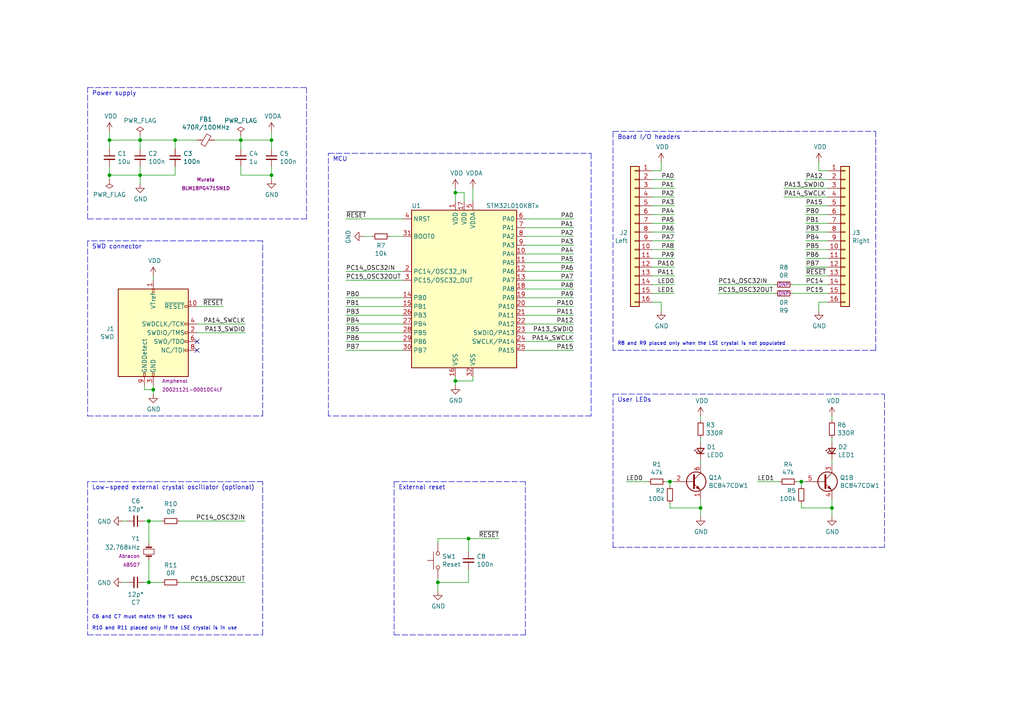
<source format=kicad_sch>
(kicad_sch (version 20211123) (generator eeschema)
  (paper "A4")
  (title_block (title "STM32L010 Breakout Board") (date "2022-04-03") (rev "C") (comment 1 "other STM32L0 and STM32L4 chips in LQFP-32 packages") (comment 2 "Universal STM32L010 breakout board compatible also with") (comment 3 "Michal Potrzebicz <michal@elevendroids.com>") (comment 4 "License: CC BY-SA 4.0"))
  (lib_symbols
    (symbol "Connector:Conn_ARM_JTAG_SWD_10" (pin_names (offset 1.016))
      (property "Reference" "J" (at -2.54 16.51 0))
      (property "Value" "Conn_ARM_JTAG_SWD_10" (at -2.54 13.97 0))
      (symbol "Conn_ARM_JTAG_SWD_10_0_1"
        (rectangle (start -10.16 12.7) (end 10.16 -12.7) (stroke (width 0.254)) (fill (type background)))
        (rectangle (start -2.794 -12.7) (end -2.286 -11.684))
        (rectangle (start -0.254 -12.7) (end 0.254 -11.684))
        (rectangle (start -0.254 12.7) (end 0.254 11.684))
        (rectangle (start 9.144 2.286) (end 10.16 2.794))
        (rectangle (start 10.16 -2.794) (end 9.144 -2.286))
        (rectangle (start 10.16 -0.254) (end 9.144 0.254))
        (rectangle (start 10.16 7.874) (end 9.144 7.366))
      )
      (symbol "Conn_ARM_JTAG_SWD_10_1_1"
        (rectangle (start 9.144 -5.334) (end 10.16 -4.826))
        (pin power_in line (at 0 15.24 270) (length 2.54) (name "VTref") (number "1"))
        (pin open_collector line (at 12.7 7.62 180) (length 2.54) (name "~{RESET}") (number "10"))
        (pin bidirectional line (at 12.7 0 180) (length 2.54) (name "SWDIO/TMS") (number "2"))
        (pin power_in line (at 0 -15.24 90) (length 2.54) (name "GND") (number "3"))
        (pin output line (at 12.7 2.54 180) (length 2.54) (name "SWDCLK/TCK") (number "4"))
        (pin passive line (at 0 -15.24 90) (length 2.54) hide (name "GND") (number "5"))
        (pin input line (at 12.7 -2.54 180) (length 2.54) (name "SWO/TDO") (number "6"))
        (pin no_connect line (at -10.16 0 0) (length 2.54) hide (name "KEY") (number "7"))
        (pin output line (at 12.7 -5.08 180) (length 2.54) (name "NC/TDI") (number "8"))
        (pin passive line (at -2.54 -15.24 90) (length 2.54) (name "GNDDetect") (number "9"))
      )
    )
    (symbol "Connector_Generic:Conn_01x16" (pin_names (offset 1.016) hide)
      (property "Reference" "J" (at 0 20.32 0))
      (property "Value" "Conn_01x16" (at 0 -22.86 0))
      (symbol "Conn_01x16_1_1"
        (rectangle (start -1.27 -20.193) (end 0 -20.447) (stroke (width 0.1524)))
        (rectangle (start -1.27 -17.653) (end 0 -17.907) (stroke (width 0.1524)))
        (rectangle (start -1.27 -15.113) (end 0 -15.367) (stroke (width 0.1524)))
        (rectangle (start -1.27 -12.573) (end 0 -12.827) (stroke (width 0.1524)))
        (rectangle (start -1.27 -10.033) (end 0 -10.287) (stroke (width 0.1524)))
        (rectangle (start -1.27 -7.493) (end 0 -7.747) (stroke (width 0.1524)))
        (rectangle (start -1.27 -4.953) (end 0 -5.207) (stroke (width 0.1524)))
        (rectangle (start -1.27 -2.413) (end 0 -2.667) (stroke (width 0.1524)))
        (rectangle (start -1.27 0.127) (end 0 -0.127) (stroke (width 0.1524)))
        (rectangle (start -1.27 2.667) (end 0 2.413) (stroke (width 0.1524)))
        (rectangle (start -1.27 5.207) (end 0 4.953) (stroke (width 0.1524)))
        (rectangle (start -1.27 7.747) (end 0 7.493) (stroke (width 0.1524)))
        (rectangle (start -1.27 10.287) (end 0 10.033) (stroke (width 0.1524)))
        (rectangle (start -1.27 12.827) (end 0 12.573) (stroke (width 0.1524)))
        (rectangle (start -1.27 15.367) (end 0 15.113) (stroke (width 0.1524)))
        (rectangle (start -1.27 17.907) (end 0 17.653) (stroke (width 0.1524)))
        (rectangle (start -1.27 19.05) (end 1.27 -21.59) (stroke (width 0.254)) (fill (type background)))
        (pin passive line (at -5.08 17.78 0) (length 3.81) (name "Pin_1") (number "1"))
        (pin passive line (at -5.08 -5.08 0) (length 3.81) (name "Pin_10") (number "10"))
        (pin passive line (at -5.08 -7.62 0) (length 3.81) (name "Pin_11") (number "11"))
        (pin passive line (at -5.08 -10.16 0) (length 3.81) (name "Pin_12") (number "12"))
        (pin passive line (at -5.08 -12.7 0) (length 3.81) (name "Pin_13") (number "13"))
        (pin passive line (at -5.08 -15.24 0) (length 3.81) (name "Pin_14") (number "14"))
        (pin passive line (at -5.08 -17.78 0) (length 3.81) (name "Pin_15") (number "15"))
        (pin passive line (at -5.08 -20.32 0) (length 3.81) (name "Pin_16") (number "16"))
        (pin passive line (at -5.08 15.24 0) (length 3.81) (name "Pin_2") (number "2"))
        (pin passive line (at -5.08 12.7 0) (length 3.81) (name "Pin_3") (number "3"))
        (pin passive line (at -5.08 10.16 0) (length 3.81) (name "Pin_4") (number "4"))
        (pin passive line (at -5.08 7.62 0) (length 3.81) (name "Pin_5") (number "5"))
        (pin passive line (at -5.08 5.08 0) (length 3.81) (name "Pin_6") (number "6"))
        (pin passive line (at -5.08 2.54 0) (length 3.81) (name "Pin_7") (number "7"))
        (pin passive line (at -5.08 0 0) (length 3.81) (name "Pin_8") (number "8"))
        (pin passive line (at -5.08 -2.54 0) (length 3.81) (name "Pin_9") (number "9"))
      )
    )
    (symbol "Device:C_Small" (pin_numbers hide) (pin_names (offset 0.254) hide)
      (property "Reference" "C" (at 0.254 1.778 0))
      (property "Value" "C_Small" (at 0.254 -2.032 0))
      (symbol "C_Small_0_1"
        (polyline (pts (xy -1.524 -0.508) (xy 1.524 -0.508)) (stroke (width 0.3302)))
        (polyline (pts (xy -1.524 0.508) (xy 1.524 0.508)) (stroke (width 0.3048)))
      )
      (symbol "C_Small_1_1"
        (pin passive line (at 0 2.54 270) (length 2.032) (name "~") (number "1"))
        (pin passive line (at 0 -2.54 90) (length 2.032) (name "~") (number "2"))
      )
    )
    (symbol "Device:Crystal_Small" (pin_numbers hide) (pin_names (offset 1.016) hide)
      (property "Reference" "Y" (at 0 2.54 0))
      (property "Value" "Crystal_Small" (at 0 -2.54 0))
      (symbol "Crystal_Small_0_1"
        (rectangle (start -0.762 -1.524) (end 0.762 1.524))
        (polyline (pts (xy -1.27 -0.762) (xy -1.27 0.762)) (stroke (width 0.381)))
        (polyline (pts (xy 1.27 -0.762) (xy 1.27 0.762)) (stroke (width 0.381)))
      )
      (symbol "Crystal_Small_1_1"
        (pin passive line (at -2.54 0 0) (length 1.27) (name "1") (number "1"))
        (pin passive line (at 2.54 0 180) (length 1.27) (name "2") (number "2"))
      )
    )
    (symbol "Device:FerriteBead_Small" (pin_numbers hide) (pin_names (offset 0))
      (property "Reference" "FB" (at 1.905 1.27 0))
      (property "Value" "FerriteBead_Small" (at 1.905 -1.27 0))
      (symbol "FerriteBead_Small_0_1"
        (polyline (pts (xy 0 -1.27) (xy 0 -0.7874)))
        (polyline (pts (xy 0 0.889) (xy 0 1.2954)))
        (polyline (pts (xy -1.8288 0.2794) (xy -1.1176 1.4986) (xy 1.8288 -0.2032) (xy 1.1176 -1.4224) (xy -1.8288 0.2794)))
      )
      (symbol "FerriteBead_Small_1_1"
        (pin passive line (at 0 2.54 270) (length 1.27) (name "~") (number "1"))
        (pin passive line (at 0 -2.54 90) (length 1.27) (name "~") (number "2"))
      )
    )
    (symbol "Device:LED_Small" (pin_numbers hide) (pin_names (offset 0.254) hide)
      (property "Reference" "D" (at -1.27 3.175 0))
      (property "Value" "LED_Small" (at -4.445 -2.54 0))
      (symbol "LED_Small_0_1"
        (polyline (pts (xy -0.762 -1.016) (xy -0.762 1.016)) (stroke (width 0.254)))
        (polyline (pts (xy 1.016 0) (xy -0.762 0)))
        (polyline (pts (xy 0.762 -1.016) (xy -0.762 0) (xy 0.762 1.016) (xy 0.762 -1.016)) (stroke (width 0.254)))
        (polyline (pts (xy 0 0.762) (xy -0.508 1.27) (xy -0.254 1.27) (xy -0.508 1.27) (xy -0.508 1.016)))
        (polyline (pts (xy 0.508 1.27) (xy 0 1.778) (xy 0.254 1.778) (xy 0 1.778) (xy 0 1.524)))
      )
      (symbol "LED_Small_1_1"
        (pin passive line (at -2.54 0 0) (length 1.778) (name "K") (number "1"))
        (pin passive line (at 2.54 0 180) (length 1.778) (name "A") (number "2"))
      )
    )
    (symbol "Device:R_Small" (pin_numbers hide) (pin_names (offset 0.254) hide)
      (property "Reference" "R" (at 0.762 0.508 0))
      (property "Value" "R_Small" (at 0.762 -1.016 0))
      (symbol "R_Small_0_1"
        (rectangle (start -0.762 1.778) (end 0.762 -1.778) (stroke (width 0.2032)))
      )
      (symbol "R_Small_1_1"
        (pin passive line (at 0 2.54 270) (length 0.762) (name "~") (number "1"))
        (pin passive line (at 0 -2.54 90) (length 0.762) (name "~") (number "2"))
      )
    )
    (symbol "Elevendroids_MCU_ST_STM32L0:STM32L010K8Tx"
      (property "Reference" "U" (at -15.24 24.13 0))
      (property "Value" "STM32L010K8Tx" (at 6.35 24.13 0))
      (symbol "STM32L010K8Tx_0_1"
        (rectangle (start -15.24 -22.86) (end 15.24 22.86) (stroke (width 0.254)) (fill (type background)))
      )
      (symbol "STM32L010K8Tx_1_1"
        (pin power_in line (at -2.54 25.4 270) (length 2.54) (name "VDD") (number "1"))
        (pin bidirectional line (at 17.78 10.16 180) (length 2.54) (name "PA4") (number "10"))
        (pin bidirectional line (at 17.78 7.62 180) (length 2.54) (name "PA5") (number "11"))
        (pin bidirectional line (at 17.78 5.08 180) (length 2.54) (name "PA6") (number "12"))
        (pin bidirectional line (at 17.78 2.54 180) (length 2.54) (name "PA7") (number "13"))
        (pin bidirectional line (at -17.78 -2.54 0) (length 2.54) (name "PB0") (number "14"))
        (pin bidirectional line (at -17.78 -5.08 0) (length 2.54) (name "PB1") (number "15"))
        (pin power_in line (at -2.54 -25.4 90) (length 2.54) (name "VSS") (number "16"))
        (pin power_in line (at 0 25.4 270) (length 2.54) (name "VDD") (number "17"))
        (pin bidirectional line (at 17.78 0 180) (length 2.54) (name "PA8") (number "18"))
        (pin bidirectional line (at 17.78 -2.54 180) (length 2.54) (name "PA9") (number "19"))
        (pin bidirectional line (at -17.78 5.08 0) (length 2.54) (name "PC14/OSC32_IN") (number "2"))
        (pin bidirectional line (at 17.78 -5.08 180) (length 2.54) (name "PA10") (number "20"))
        (pin bidirectional line (at 17.78 -7.62 180) (length 2.54) (name "PA11") (number "21"))
        (pin bidirectional line (at 17.78 -10.16 180) (length 2.54) (name "PA12") (number "22"))
        (pin bidirectional line (at 17.78 -12.7 180) (length 2.54) (name "SWDIO/PA13") (number "23"))
        (pin bidirectional line (at 17.78 -15.24 180) (length 2.54) (name "SWCLK/PA14") (number "24"))
        (pin bidirectional line (at 17.78 -17.78 180) (length 2.54) (name "PA15") (number "25"))
        (pin bidirectional line (at -17.78 -7.62 0) (length 2.54) (name "PB3") (number "26"))
        (pin bidirectional line (at -17.78 -10.16 0) (length 2.54) (name "PB4") (number "27"))
        (pin bidirectional line (at -17.78 -12.7 0) (length 2.54) (name "PB5") (number "28"))
        (pin bidirectional line (at -17.78 -15.24 0) (length 2.54) (name "PB6") (number "29"))
        (pin bidirectional line (at -17.78 2.54 0) (length 2.54) (name "PC15/OSC32_OUT") (number "3"))
        (pin bidirectional line (at -17.78 -17.78 0) (length 2.54) (name "PB7") (number "30"))
        (pin input line (at -17.78 15.24 0) (length 2.54) (name "BOOT0") (number "31"))
        (pin power_in line (at 2.54 -25.4 90) (length 2.54) (name "VSS") (number "32"))
        (pin input line (at -17.78 20.32 0) (length 2.54) (name "NRST") (number "4"))
        (pin power_in line (at 2.54 25.4 270) (length 2.54) (name "VDDA") (number "5"))
        (pin bidirectional line (at 17.78 20.32 180) (length 2.54) (name "PA0") (number "6"))
        (pin bidirectional line (at 17.78 17.78 180) (length 2.54) (name "PA1") (number "7"))
        (pin bidirectional line (at 17.78 15.24 180) (length 2.54) (name "PA2") (number "8"))
        (pin bidirectional line (at 17.78 12.7 180) (length 2.54) (name "PA3") (number "9"))
      )
    )
    (symbol "Switch:SW_Push" (pin_numbers hide) (pin_names (offset 1.016) hide)
      (property "Reference" "SW" (at 1.27 2.54 0))
      (property "Value" "SW_Push" (at 0 -1.524 0))
      (symbol "SW_Push_0_1"
        (circle (center -2.032 0) (radius 0.508))
        (polyline (pts (xy 0 1.27) (xy 0 3.048)))
        (polyline (pts (xy 2.54 1.27) (xy -2.54 1.27)))
        (circle (center 2.032 0) (radius 0.508))
        (pin passive line (at -5.08 0 0) (length 2.54) (name "1") (number "1"))
        (pin passive line (at 5.08 0 180) (length 2.54) (name "2") (number "2"))
      )
    )
    (symbol "Transistor_BJT:BC847BS" (pin_names (offset 0) hide)
      (property "Reference" "Q" (at 5.08 1.27 0))
      (property "Value" "BC847BS" (at 5.08 -1.27 0))
      (symbol "BC847BS_0_1"
        (polyline (pts (xy 0.635 0) (xy -2.54 0)))
        (polyline (pts (xy 0.635 0.635) (xy 2.54 2.54)))
        (polyline (pts (xy 0.635 -0.635) (xy 2.54 -2.54) (xy 2.54 -2.54)))
        (polyline (pts (xy 0.635 1.905) (xy 0.635 -1.905) (xy 0.635 -1.905)) (stroke (width 0.508)))
        (polyline (pts (xy 1.27 -1.778) (xy 1.778 -1.27) (xy 2.286 -2.286) (xy 1.27 -1.778) (xy 1.27 -1.778)) (fill (type outline)))
        (circle (center 1.27 0) (radius 2.8194) (stroke (width 0.254)))
      )
      (symbol "BC847BS_1_1"
        (pin passive line (at 2.54 -5.08 90) (length 2.54) (name "E1") (number "1"))
        (pin input line (at -5.08 0 0) (length 2.54) (name "B1") (number "2"))
        (pin passive line (at 2.54 5.08 270) (length 2.54) (name "C1") (number "6"))
      )
      (symbol "BC847BS_2_1"
        (pin passive line (at 2.54 5.08 270) (length 2.54) (name "C2") (number "3"))
        (pin passive line (at 2.54 -5.08 90) (length 2.54) (name "E2") (number "4"))
        (pin input line (at -5.08 0 0) (length 2.54) (name "B2") (number "5"))
      )
    )
    (symbol "power:GND" (power) (pin_names (offset 0))
      (property "Value" "GND" (at 0 -3.81 0))
      (symbol "GND_0_1"
        (polyline (pts (xy 0 0) (xy 0 -1.27) (xy 1.27 -1.27) (xy 0 -2.54) (xy -1.27 -1.27) (xy 0 -1.27)))
      )
      (symbol "GND_1_1"
        (pin power_in line (at 0 0 270) (length 0) hide (name "GND") (number "1"))
      )
    )
    (symbol "power:PWR_FLAG" (power) (pin_numbers hide) (pin_names (offset 0) hide)
      (property "Value" "PWR_FLAG" (at 0 3.81 0))
      (symbol "PWR_FLAG_0_0"
        (pin power_out line (at 0 0 90) (length 0) (name "pwr") (number "1"))
      )
      (symbol "PWR_FLAG_0_1"
        (polyline (pts (xy 0 0) (xy 0 1.27) (xy -1.016 1.905) (xy 0 2.54) (xy 1.016 1.905) (xy 0 1.27)))
      )
    )
    (symbol "power:VDD" (power) (pin_names (offset 0))
      (property "Value" "VDD" (at 0 3.81 0))
      (symbol "VDD_0_1"
        (polyline (pts (xy -0.762 1.27) (xy 0 2.54)))
        (polyline (pts (xy 0 0) (xy 0 2.54)))
        (polyline (pts (xy 0 2.54) (xy 0.762 1.27)))
      )
      (symbol "VDD_1_1"
        (pin power_in line (at 0 0 90) (length 0) hide (name "VDD") (number "1"))
      )
    )
    (symbol "power:VDDA" (power) (pin_names (offset 0))
      (property "Value" "VDDA" (at 0 3.81 0))
      (symbol "VDDA_0_1"
        (polyline (pts (xy -0.762 1.27) (xy 0 2.54)))
        (polyline (pts (xy 0 0) (xy 0 2.54)))
        (polyline (pts (xy 0 2.54) (xy 0.762 1.27)))
      )
      (symbol "VDDA_1_1"
        (pin power_in line (at 0 0 90) (length 0) hide (name "VDDA") (number "1"))
      )
    )
  )
  (junction (at 232.41 139.7))
  (junction (at 40.64 40.64))
  (junction (at 78.74 50.8))
  (junction (at 43.18 151.13))
  (junction (at 203.2 147.32))
  (junction (at 78.74 40.64))
  (junction (at 241.3 147.32))
  (junction (at 135.89 156.21))
  (junction (at 132.08 55.88))
  (junction (at 40.64 50.8))
  (junction (at 132.08 110.49))
  (junction (at 43.18 168.91))
  (junction (at 127 168.91))
  (junction (at 69.85 40.64))
  (junction (at 194.31 139.7))
  (junction (at 50.8 40.64))
  (junction (at 31.75 40.64))
  (junction (at 44.45 113.03))
  (junction (at 31.75 50.8))
  (no_connect (at 57.15 101.6))
  (no_connect (at 57.15 99.06))
  (wire (pts (xy 43.18 151.13) (xy 43.18 157.48)))
  (wire (pts (xy 240.03 49.53) (xy 237.49 49.53)))
  (polyline (pts (xy 25.4 184.15) (xy 76.2 184.15)))
  (wire (pts (xy 189.23 77.47) (xy 195.58 77.47)))
  (wire (pts (xy 232.41 147.32) (xy 241.3 147.32)))
  (wire (pts (xy 44.45 80.01) (xy 44.45 81.28)))
  (wire (pts (xy 57.15 96.52) (xy 71.12 96.52)))
  (wire (pts (xy 189.23 57.15) (xy 195.58 57.15)))
  (polyline (pts (xy 88.9 63.5) (xy 25.4 63.5)))
  (polyline (pts (xy 256.54 158.75) (xy 177.8 158.75)))
  (wire (pts (xy 152.4 96.52) (xy 166.37 96.52)))
  (wire (pts (xy 152.4 68.58) (xy 166.37 68.58)))
  (wire (pts (xy 41.91 168.91) (xy 43.18 168.91)))
  (polyline (pts (xy 152.4 139.7) (xy 114.3 139.7)))
  (wire (pts (xy 132.08 54.61) (xy 132.08 55.88)))
  (wire (pts (xy 187.96 139.7) (xy 181.61 139.7)))
  (wire (pts (xy 69.85 43.18) (xy 69.85 40.64)))
  (wire (pts (xy 35.56 168.91) (xy 36.83 168.91)))
  (wire (pts (xy 189.23 59.69) (xy 195.58 59.69)))
  (wire (pts (xy 127 156.21) (xy 135.89 156.21)))
  (wire (pts (xy 241.3 133.35) (xy 241.3 134.62)))
  (wire (pts (xy 240.03 59.69) (xy 233.68 59.69)))
  (wire (pts (xy 137.16 54.61) (xy 137.16 58.42)))
  (wire (pts (xy 194.31 139.7) (xy 195.58 139.7)))
  (wire (pts (xy 203.2 133.35) (xy 203.2 134.62)))
  (polyline (pts (xy 177.8 101.6) (xy 177.8 38.1)))
  (wire (pts (xy 189.23 62.23) (xy 195.58 62.23)))
  (wire (pts (xy 116.84 91.44) (xy 100.33 91.44)))
  (wire (pts (xy 57.15 88.9) (xy 64.77 88.9)))
  (wire (pts (xy 50.8 40.64) (xy 57.15 40.64)))
  (wire (pts (xy 237.49 87.63) (xy 237.49 90.17)))
  (wire (pts (xy 232.41 139.7) (xy 232.41 140.97)))
  (wire (pts (xy 224.79 82.55) (xy 208.28 82.55)))
  (polyline (pts (xy 76.2 184.15) (xy 76.2 139.7)))
  (wire (pts (xy 31.75 40.64) (xy 40.64 40.64)))
  (wire (pts (xy 193.04 139.7) (xy 194.31 139.7)))
  (wire (pts (xy 35.56 151.13) (xy 36.83 151.13)))
  (wire (pts (xy 44.45 113.03) (xy 44.45 114.3)))
  (wire (pts (xy 132.08 55.88) (xy 132.08 58.42)))
  (wire (pts (xy 46.99 151.13) (xy 43.18 151.13)))
  (wire (pts (xy 40.64 39.37) (xy 40.64 40.64)))
  (wire (pts (xy 203.2 121.92) (xy 203.2 120.65)))
  (wire (pts (xy 137.16 110.49) (xy 132.08 110.49)))
  (wire (pts (xy 116.84 68.58) (xy 113.03 68.58)))
  (polyline (pts (xy 76.2 139.7) (xy 25.4 139.7)))
  (wire (pts (xy 127 168.91) (xy 135.89 168.91)))
  (wire (pts (xy 78.74 40.64) (xy 78.74 43.18)))
  (wire (pts (xy 69.85 50.8) (xy 78.74 50.8)))
  (polyline (pts (xy 114.3 184.15) (xy 152.4 184.15)))
  (wire (pts (xy 43.18 168.91) (xy 43.18 162.56)))
  (wire (pts (xy 229.87 85.09) (xy 240.03 85.09)))
  (wire (pts (xy 194.31 139.7) (xy 194.31 140.97)))
  (polyline (pts (xy 177.8 38.1) (xy 254 38.1)))
  (wire (pts (xy 203.2 144.78) (xy 203.2 147.32)))
  (wire (pts (xy 152.4 78.74) (xy 166.37 78.74)))
  (wire (pts (xy 240.03 69.85) (xy 233.68 69.85)))
  (wire (pts (xy 189.23 87.63) (xy 191.77 87.63)))
  (wire (pts (xy 46.99 168.91) (xy 43.18 168.91)))
  (wire (pts (xy 152.4 99.06) (xy 166.37 99.06)))
  (wire (pts (xy 41.91 111.76) (xy 41.91 113.03)))
  (wire (pts (xy 189.23 85.09) (xy 195.58 85.09)))
  (wire (pts (xy 231.14 139.7) (xy 232.41 139.7)))
  (polyline (pts (xy 95.25 44.45) (xy 171.45 44.45)))
  (wire (pts (xy 116.84 63.5) (xy 100.33 63.5)))
  (wire (pts (xy 240.03 80.01) (xy 233.68 80.01)))
  (wire (pts (xy 152.4 101.6) (xy 166.37 101.6)))
  (polyline (pts (xy 95.25 120.65) (xy 95.25 44.45)))
  (wire (pts (xy 240.03 74.93) (xy 233.68 74.93)))
  (wire (pts (xy 137.16 109.22) (xy 137.16 110.49)))
  (wire (pts (xy 135.89 156.21) (xy 144.78 156.21)))
  (wire (pts (xy 152.4 88.9) (xy 166.37 88.9)))
  (polyline (pts (xy 76.2 120.65) (xy 76.2 69.85)))
  (wire (pts (xy 240.03 87.63) (xy 237.49 87.63)))
  (polyline (pts (xy 76.2 69.85) (xy 25.4 69.85)))
  (wire (pts (xy 189.23 72.39) (xy 195.58 72.39)))
  (polyline (pts (xy 256.54 114.3) (xy 256.54 158.75)))
  (wire (pts (xy 232.41 146.05) (xy 232.41 147.32)))
  (wire (pts (xy 240.03 62.23) (xy 233.68 62.23)))
  (polyline (pts (xy 254 38.1) (xy 254 101.6)))
  (wire (pts (xy 132.08 110.49) (xy 132.08 111.76)))
  (wire (pts (xy 116.84 88.9) (xy 100.33 88.9)))
  (wire (pts (xy 240.03 52.07) (xy 233.68 52.07)))
  (wire (pts (xy 152.4 66.04) (xy 166.37 66.04)))
  (wire (pts (xy 240.03 57.15) (xy 227.33 57.15)))
  (polyline (pts (xy 25.4 120.65) (xy 76.2 120.65)))
  (wire (pts (xy 78.74 50.8) (xy 78.74 48.26)))
  (wire (pts (xy 189.23 74.93) (xy 195.58 74.93)))
  (wire (pts (xy 116.84 101.6) (xy 100.33 101.6)))
  (wire (pts (xy 40.64 48.26) (xy 40.64 50.8)))
  (wire (pts (xy 240.03 64.77) (xy 233.68 64.77)))
  (wire (pts (xy 189.23 64.77) (xy 195.58 64.77)))
  (wire (pts (xy 40.64 50.8) (xy 40.64 53.34)))
  (wire (pts (xy 116.84 93.98) (xy 100.33 93.98)))
  (wire (pts (xy 226.06 139.7) (xy 219.71 139.7)))
  (wire (pts (xy 31.75 48.26) (xy 31.75 50.8)))
  (wire (pts (xy 50.8 50.8) (xy 50.8 48.26)))
  (wire (pts (xy 189.23 54.61) (xy 195.58 54.61)))
  (wire (pts (xy 240.03 72.39) (xy 233.68 72.39)))
  (wire (pts (xy 152.4 76.2) (xy 166.37 76.2)))
  (wire (pts (xy 241.3 147.32) (xy 241.3 149.86)))
  (wire (pts (xy 189.23 69.85) (xy 195.58 69.85)))
  (wire (pts (xy 191.77 87.63) (xy 191.77 90.17)))
  (polyline (pts (xy 88.9 25.4) (xy 88.9 63.5)))
  (wire (pts (xy 41.91 151.13) (xy 43.18 151.13)))
  (wire (pts (xy 240.03 54.61) (xy 227.33 54.61)))
  (wire (pts (xy 127 168.91) (xy 127 171.45)))
  (wire (pts (xy 44.45 111.76) (xy 44.45 113.03)))
  (wire (pts (xy 241.3 121.92) (xy 241.3 120.65)))
  (wire (pts (xy 41.91 113.03) (xy 44.45 113.03)))
  (wire (pts (xy 132.08 55.88) (xy 134.62 55.88)))
  (wire (pts (xy 194.31 147.32) (xy 203.2 147.32)))
  (wire (pts (xy 116.84 78.74) (xy 100.33 78.74)))
  (wire (pts (xy 62.23 40.64) (xy 69.85 40.64)))
  (wire (pts (xy 237.49 49.53) (xy 237.49 46.99)))
  (wire (pts (xy 208.28 85.09) (xy 224.79 85.09)))
  (wire (pts (xy 127 167.64) (xy 127 168.91)))
  (polyline (pts (xy 171.45 120.65) (xy 95.25 120.65)))
  (wire (pts (xy 135.89 168.91) (xy 135.89 165.1)))
  (wire (pts (xy 152.4 83.82) (xy 166.37 83.82)))
  (wire (pts (xy 132.08 109.22) (xy 132.08 110.49)))
  (wire (pts (xy 203.2 127) (xy 203.2 128.27)))
  (wire (pts (xy 105.41 68.58) (xy 107.95 68.58)))
  (wire (pts (xy 50.8 40.64) (xy 50.8 43.18)))
  (wire (pts (xy 152.4 81.28) (xy 166.37 81.28)))
  (wire (pts (xy 116.84 96.52) (xy 100.33 96.52)))
  (wire (pts (xy 31.75 38.1) (xy 31.75 40.64)))
  (wire (pts (xy 127 157.48) (xy 127 156.21)))
  (wire (pts (xy 69.85 48.26) (xy 69.85 50.8)))
  (wire (pts (xy 189.23 82.55) (xy 195.58 82.55)))
  (wire (pts (xy 241.3 127) (xy 241.3 128.27)))
  (wire (pts (xy 203.2 147.32) (xy 203.2 149.86)))
  (wire (pts (xy 116.84 81.28) (xy 100.33 81.28)))
  (wire (pts (xy 116.84 99.06) (xy 100.33 99.06)))
  (wire (pts (xy 241.3 144.78) (xy 241.3 147.32)))
  (wire (pts (xy 191.77 49.53) (xy 189.23 49.53)))
  (wire (pts (xy 52.07 168.91) (xy 71.12 168.91)))
  (wire (pts (xy 40.64 40.64) (xy 50.8 40.64)))
  (wire (pts (xy 78.74 38.1) (xy 78.74 40.64)))
  (wire (pts (xy 152.4 91.44) (xy 166.37 91.44)))
  (wire (pts (xy 152.4 71.12) (xy 166.37 71.12)))
  (wire (pts (xy 40.64 50.8) (xy 50.8 50.8)))
  (wire (pts (xy 78.74 50.8) (xy 78.74 52.07)))
  (polyline (pts (xy 177.8 158.75) (xy 177.8 114.3)))
  (wire (pts (xy 152.4 86.36) (xy 166.37 86.36)))
  (wire (pts (xy 31.75 43.18) (xy 31.75 40.64)))
  (wire (pts (xy 189.23 67.31) (xy 195.58 67.31)))
  (wire (pts (xy 116.84 86.36) (xy 100.33 86.36)))
  (wire (pts (xy 189.23 80.01) (xy 195.58 80.01)))
  (wire (pts (xy 31.75 50.8) (xy 40.64 50.8)))
  (polyline (pts (xy 171.45 44.45) (xy 171.45 120.65)))
  (wire (pts (xy 191.77 46.99) (xy 191.77 49.53)))
  (wire (pts (xy 69.85 39.37) (xy 69.85 40.64)))
  (wire (pts (xy 152.4 93.98) (xy 166.37 93.98)))
  (wire (pts (xy 52.07 151.13) (xy 71.12 151.13)))
  (wire (pts (xy 189.23 52.07) (xy 195.58 52.07)))
  (polyline (pts (xy 177.8 114.3) (xy 256.54 114.3)))
  (polyline (pts (xy 25.4 139.7) (xy 25.4 184.15)))
  (wire (pts (xy 232.41 139.7) (xy 233.68 139.7)))
  (wire (pts (xy 229.87 82.55) (xy 240.03 82.55)))
  (polyline (pts (xy 25.4 25.4) (xy 88.9 25.4)))
  (wire (pts (xy 31.75 52.07) (xy 31.75 50.8)))
  (wire (pts (xy 152.4 63.5) (xy 166.37 63.5)))
  (wire (pts (xy 152.4 73.66) (xy 166.37 73.66)))
  (wire (pts (xy 40.64 43.18) (xy 40.64 40.64)))
  (polyline (pts (xy 152.4 184.15) (xy 152.4 139.7)))
  (wire (pts (xy 57.15 93.98) (xy 71.12 93.98)))
  (polyline (pts (xy 25.4 69.85) (xy 25.4 120.65)))
  (wire (pts (xy 194.31 146.05) (xy 194.31 147.32)))
  (wire (pts (xy 240.03 67.31) (xy 233.68 67.31)))
  (wire (pts (xy 134.62 55.88) (xy 134.62 58.42)))
  (polyline (pts (xy 114.3 139.7) (xy 114.3 184.15)))
  (wire (pts (xy 69.85 40.64) (xy 78.74 40.64)))
  (polyline (pts (xy 25.4 63.5) (xy 25.4 25.4)))
  (wire (pts (xy 240.03 77.47) (xy 233.68 77.47)))
  (polyline (pts (xy 254 101.6) (xy 177.8 101.6)))
  (wire (pts (xy 135.89 156.21) (xy 135.89 160.02)))
  (text "C6 and C7 must match the Y1 specs\n\nR10 and R11 placed only if the LSE crystal is in use" (at 26.67 182.88 0) (effects (font (size 1.016 1.016)) (justify left bottom)))
  (text "Power supply" (at 26.67 27.94 0) (effects (font (size 1.27 1.27)) (justify left bottom)))
  (text "R8 and R9 placed only when the LSE crystal is not populated" (at 179.07 100.33 0) (effects (font (size 1.016 1.016)) (justify left bottom)))
  (text "SWD connector" (at 26.67 72.39 0) (effects (font (size 1.27 1.27)) (justify left bottom)))
  (text "External reset" (at 115.57 142.24 0) (effects (font (size 1.27 1.27)) (justify left bottom)))
  (text "Low-speed external crystal oscillator (optional)" (at 26.67 142.24 0) (effects (font (size 1.27 1.27)) (justify left bottom)))
  (text "MCU" (at 96.52 46.99 0) (effects (font (size 1.27 1.27)) (justify left bottom)))
  (text "Board I/O headers" (at 179.07 40.64 0) (effects (font (size 1.27 1.27)) (justify left bottom)))
  (text "User LEDs" (at 179.07 116.84 0) (effects (font (size 1.27 1.27)) (justify left bottom)))
  (label "PA12" (at 166.37 93.98 180))
  (label "PC15_OSC32OUT" (at 208.28 85.09 0))
  (label "PC15" (at 233.68 85.09 0))
  (label "PA5" (at 166.37 76.2 180))
  (label "PA7" (at 195.58 69.85 180))
  (label "PA12" (at 233.68 52.07 0))
  (label "PA4" (at 195.58 62.23 180))
  (label "LED0" (at 181.61 139.7 0))
  (label "PA6" (at 195.58 67.31 180))
  (label "PA2" (at 166.37 68.58 180))
  (label "PA9" (at 166.37 86.36 180))
  (label "PA9" (at 195.58 74.93 180))
  (label "PB4" (at 233.68 69.85 0))
  (label "~{RESET}" (at 144.78 156.21 180))
  (label "PA13_SWDIO" (at 166.37 96.52 180))
  (label "PB4" (at 100.33 93.98 0))
  (label "PA3" (at 166.37 71.12 180))
  (label "PC15_OSC32OUT" (at 100.33 81.28 0))
  (label "PA0" (at 166.37 63.5 180))
  (label "~{RESET}" (at 64.77 88.9 180))
  (label "PA10" (at 195.58 77.47 180))
  (label "PB3" (at 100.33 91.44 0))
  (label "PA0" (at 195.58 52.07 180))
  (label "PA8" (at 195.58 72.39 180))
  (label "PA13_SWDIO" (at 71.12 96.52 180))
  (label "PC14" (at 233.68 82.55 0))
  (label "PA4" (at 166.37 73.66 180))
  (label "PA14_SWCLK" (at 227.33 57.15 0))
  (label "PA14_SWCLK" (at 71.12 93.98 180))
  (label "PA6" (at 166.37 78.74 180))
  (label "PA13_SWDIO" (at 227.33 54.61 0))
  (label "PB3" (at 233.68 67.31 0))
  (label "LED1" (at 195.58 85.09 180))
  (label "LED1" (at 219.71 139.7 0))
  (label "PA8" (at 166.37 83.82 180))
  (label "PA11" (at 195.58 80.01 180))
  (label "PA15" (at 166.37 101.6 180))
  (label "PA1" (at 166.37 66.04 180))
  (label "PA15" (at 233.68 59.69 0))
  (label "PB1" (at 233.68 64.77 0))
  (label "~{RESET}" (at 100.33 63.5 0))
  (label "PB6" (at 100.33 99.06 0))
  (label "PB1" (at 100.33 88.9 0))
  (label "PA14_SWCLK" (at 166.37 99.06 180))
  (label "PA10" (at 166.37 88.9 180))
  (label "PB7" (at 100.33 101.6 0))
  (label "PA2" (at 195.58 57.15 180))
  (label "PA7" (at 166.37 81.28 180))
  (label "PA5" (at 195.58 64.77 180))
  (label "LED0" (at 195.58 82.55 180))
  (label "PC14_OSC32IN" (at 100.33 78.74 0))
  (label "PB6" (at 233.68 74.93 0))
  (label "PA1" (at 195.58 54.61 180))
  (label "PC14_OSC32IN" (at 71.12 151.13 180))
  (label "PB7" (at 233.68 77.47 0))
  (label "~{RESET}" (at 233.68 80.01 0))
  (label "PB5" (at 100.33 96.52 0))
  (label "PB0" (at 100.33 86.36 0))
  (label "PB5" (at 233.68 72.39 0))
  (label "PA11" (at 166.37 91.44 180))
  (label "PA3" (at 195.58 59.69 180))
  (label "PC15_OSC32OUT" (at 71.12 168.91 180))
  (label "PC14_OSC32IN" (at 208.28 82.55 0))
  (label "PB0" (at 233.68 62.23 0))
  (symbol (lib_id "Elevendroids_MCU_ST_STM32L0:STM32L010K8Tx") (at 134.62 83.82 0) (unit 1)
    (property "Reference" "U1" (at 119.38 59.69 0) (effects (justify left)))
    (property "Value" "STM32L010K8Tx" (at 140.97 59.69 0) (effects (justify left)))
    (property "Footprint" "Package_QFP:LQFP-32_7x7mm_P0.8mm" (effects hide))
    (property "Datasheet" "https://www.st.com/resource/en/datasheet/stm32l010k8.pdf" (effects hide))
    (property "MFR" "ST" (effects hide))
    (property "MPN" "STM32L010K8T6" (effects hide))
  )
  (symbol (lib_id "Connector:Conn_ARM_JTAG_SWD_10") (at 44.45 96.52 0) (unit 1)
    (property "Reference" "J1" (at 33.1978 95.3516 0) (effects (justify right)))
    (property "Value" "SWD" (at 33.1978 97.663 0) (effects (justify right)))
    (property "Footprint" "Connector_PinHeader_1.27mm:PinHeader_2x05_P1.27mm_Vertical_SMD" (effects hide))
    (property "Datasheet" "http://infocenter.arm.com/help/topic/com.arm.doc.ddi0314h/DDI0314H_coresight_components_trm.pdf" (effects hide))
    (property "MPN" "20021121-00010C4LF" (at 46.99 113.03 0) (effects (font (size 1.016 1.016)) (justify left)))
    (property "MFR" "Amphenol" (at 46.99 110.49 0) (effects (font (size 1.016 1.016)) (justify left)))
  )
  (symbol (lib_id "Device:C_Small") (at 31.75 45.72 0) (unit 1)
    (property "Reference" "C1" (at 34.0868 44.5516 0) (effects (justify left)))
    (property "Value" "10u" (at 34.0868 46.863 0) (effects (justify left)))
    (property "Footprint" "Capacitor_SMD:C_0805_2012Metric" (effects hide))
  )
  (symbol (lib_id "Device:C_Small") (at 40.64 45.72 0) (unit 1)
    (property "Reference" "C2" (at 42.9768 44.5516 0) (effects (justify left)))
    (property "Value" "100n" (at 42.9768 46.863 0) (effects (justify left)))
    (property "Footprint" "Capacitor_SMD:C_0603_1608Metric" (effects hide))
  )
  (symbol (lib_id "Device:C_Small") (at 50.8 45.72 0) (unit 1)
    (property "Reference" "C3" (at 53.1368 44.5516 0) (effects (justify left)))
    (property "Value" "100n" (at 53.1368 46.863 0) (effects (justify left)))
    (property "Footprint" "Capacitor_SMD:C_0603_1608Metric" (effects hide))
  )
  (symbol (lib_id "Device:C_Small") (at 69.85 45.72 0) (unit 1)
    (property "Reference" "C4" (at 72.1868 44.5516 0) (effects (justify left)))
    (property "Value" "1u" (at 72.1868 46.863 0) (effects (justify left)))
    (property "Footprint" "Capacitor_SMD:C_0603_1608Metric" (effects hide))
  )
  (symbol (lib_id "Device:C_Small") (at 78.74 45.72 0) (unit 1)
    (property "Reference" "C5" (at 81.0768 44.5516 0) (effects (justify left)))
    (property "Value" "100n" (at 81.0768 46.863 0) (effects (justify left)))
    (property "Footprint" "Capacitor_SMD:C_0603_1608Metric" (effects hide))
  )
  (symbol (lib_id "Device:FerriteBead_Small") (at 59.69 40.64 270) (unit 1)
    (property "Reference" "FB1" (at 59.69 34.6202 90))
    (property "Value" "470R/100MHz" (at 59.69 36.9316 90))
    (property "Footprint" "Inductor_SMD:L_0603_1608Metric" (effects hide))
    (property "MFR" "Murata" (at 59.69 52.07 90) (effects (font (size 1.016 1.016))))
    (property "MPN" "BLM18PG471SN1D" (at 59.69 54.61 90) (effects (font (size 1.016 1.016))))
  )
  (symbol (lib_id "power:GND") (at 40.64 53.34 0) (unit 1)
    (property "Reference" "#PWR0101" (effects hide))
    (property "Value" "GND" (at 40.767 57.7342 0))
  )
  (symbol (lib_id "power:GND") (at 78.74 52.07 0) (unit 1)
    (property "Reference" "#PWR0102" (effects hide))
    (property "Value" "GND" (at 78.867 56.4642 0))
  )
  (symbol (lib_id "power:VDD") (at 31.75 38.1 0) (unit 1)
    (property "Reference" "#PWR0103" (effects hide))
    (property "Value" "VDD" (at 32.131 33.7058 0))
  )
  (symbol (lib_id "power:VDDA") (at 78.74 38.1 0) (unit 1)
    (property "Reference" "#PWR0104" (effects hide))
    (property "Value" "VDDA" (at 79.121 33.7058 0))
  )
  (symbol (lib_id "power:VDDA") (at 137.16 54.61 0) (unit 1)
    (property "Reference" "#PWR0105" (effects hide))
    (property "Value" "VDDA" (at 137.541 50.2158 0))
  )
  (symbol (lib_id "power:VDD") (at 132.08 54.61 0) (unit 1)
    (property "Reference" "#PWR0106" (effects hide))
    (property "Value" "VDD" (at 132.461 50.2158 0))
  )
  (symbol (lib_id "power:GND") (at 132.08 111.76 0) (unit 1)
    (property "Reference" "#PWR0107" (effects hide))
    (property "Value" "GND" (at 132.207 116.1542 0))
  )
  (symbol (lib_id "power:VDD") (at 44.45 80.01 0) (unit 1)
    (property "Reference" "#PWR0108" (effects hide))
    (property "Value" "VDD" (at 44.831 75.6158 0))
  )
  (symbol (lib_id "power:GND") (at 44.45 114.3 0) (unit 1)
    (property "Reference" "#PWR0109" (effects hide))
    (property "Value" "GND" (at 44.577 118.6942 0))
  )
  (symbol (lib_id "Device:Crystal_Small") (at 43.18 160.02 90) (mirror x) (unit 1)
    (property "Reference" "Y1" (at 40.64 156.21 90) (effects (justify left)))
    (property "Value" "32.768kHz" (at 40.64 158.75 90) (effects (justify left)))
    (property "Footprint" "Crystal:Crystal_SMD_3215-2Pin_3.2x1.5mm" (effects hide))
    (property "MFR" "Abracon" (at 40.64 161.29 90) (effects (font (size 1.016 1.016)) (justify left)))
    (property "MPN" "ABS07" (at 40.64 163.83 90) (effects (font (size 1.016 1.016)) (justify left)))
  )
  (symbol (lib_id "Device:C_Small") (at 39.37 151.13 270) (unit 1)
    (property "Reference" "C6" (at 39.37 145.3134 90))
    (property "Value" "12p*" (at 39.37 147.6248 90))
    (property "Footprint" "Capacitor_SMD:C_0603_1608Metric" (effects hide))
  )
  (symbol (lib_id "Device:C_Small") (at 39.37 168.91 270) (mirror x) (unit 1)
    (property "Reference" "C7" (at 39.37 174.7266 90))
    (property "Value" "12p*" (at 39.37 172.4152 90))
    (property "Footprint" "Capacitor_SMD:C_0603_1608Metric" (effects hide))
  )
  (symbol (lib_id "power:GND") (at 35.56 151.13 270) (unit 1)
    (property "Reference" "#PWR0110" (effects hide))
    (property "Value" "GND" (at 32.3088 151.257 90) (effects (justify right)))
  )
  (symbol (lib_id "power:GND") (at 35.56 168.91 270) (unit 1)
    (property "Reference" "#PWR0111" (effects hide))
    (property "Value" "GND" (at 32.3088 169.037 90) (effects (justify right)))
  )
  (symbol (lib_id "Connector_Generic:Conn_01x16") (at 184.15 67.31 0) (mirror y) (unit 1)
    (property "Reference" "J2" (at 182.118 67.5132 0) (effects (justify left)))
    (property "Value" "Left" (at 182.118 69.8246 0) (effects (justify left)))
    (property "Footprint" "Connector_PinHeader_2.54mm:PinHeader_1x16_P2.54mm_Vertical" (effects hide))
  )
  (symbol (lib_id "Connector_Generic:Conn_01x16") (at 245.11 67.31 0) (unit 1)
    (property "Reference" "J3" (at 247.142 67.5132 0) (effects (justify left)))
    (property "Value" "Right" (at 247.142 69.8246 0) (effects (justify left)))
    (property "Footprint" "Connector_PinHeader_2.54mm:PinHeader_1x16_P2.54mm_Vertical" (effects hide))
  )
  (symbol (lib_id "power:VDD") (at 191.77 46.99 0) (unit 1)
    (property "Reference" "#PWR0112" (effects hide))
    (property "Value" "VDD" (at 192.151 42.5958 0))
  )
  (symbol (lib_id "power:GND") (at 191.77 90.17 0) (unit 1)
    (property "Reference" "#PWR0113" (effects hide))
    (property "Value" "GND" (at 191.897 94.5642 0))
  )
  (symbol (lib_id "power:GND") (at 237.49 90.17 0) (unit 1)
    (property "Reference" "#PWR0114" (effects hide))
    (property "Value" "GND" (at 237.617 94.5642 0))
  )
  (symbol (lib_id "power:VDD") (at 237.49 46.99 0) (unit 1)
    (property "Reference" "#PWR0115" (effects hide))
    (property "Value" "VDD" (at 237.871 42.5958 0))
  )
  (symbol (lib_id "Device:R_Small") (at 110.49 68.58 270) (unit 1)
    (property "Reference" "R7" (at 110.49 71.2216 90))
    (property "Value" "10k" (at 110.49 73.533 90))
    (property "Footprint" "Resistor_SMD:R_0603_1608Metric" (effects hide))
  )
  (symbol (lib_id "power:GND") (at 105.41 68.58 270) (unit 1)
    (property "Reference" "#PWR0120" (effects hide))
    (property "Value" "GND" (at 101.0158 68.707 0))
  )
  (symbol (lib_id "Switch:SW_Push") (at 127 162.56 90) (unit 1)
    (property "Reference" "SW1" (at 128.2192 161.3916 90) (effects (justify right)))
    (property "Value" "Reset" (at 128.2192 163.703 90) (effects (justify right)))
    (property "Footprint" "Button_Switch_SMD:SW_SPST_CK_RS282G05A3" (effects hide))
  )
  (symbol (lib_id "power:GND") (at 127 171.45 0) (unit 1)
    (property "Reference" "#PWR0121" (effects hide))
    (property "Value" "GND" (at 127.127 175.8442 0))
  )
  (symbol (lib_id "Device:C_Small") (at 135.89 162.56 0) (unit 1)
    (property "Reference" "C8" (at 138.2268 161.3916 0) (effects (justify left)))
    (property "Value" "100n" (at 138.2268 163.703 0) (effects (justify left)))
    (property "Footprint" "Capacitor_SMD:C_0603_1608Metric" (effects hide))
  )
  (symbol (lib_id "power:PWR_FLAG") (at 40.64 39.37 0) (unit 1)
    (property "Reference" "#FLG0101" (effects hide))
    (property "Value" "PWR_FLAG" (at 40.64 34.9758 0))
  )
  (symbol (lib_id "power:PWR_FLAG") (at 31.75 52.07 180) (unit 1)
    (property "Reference" "#FLG0102" (effects hide))
    (property "Value" "PWR_FLAG" (at 31.75 56.4642 0))
  )
  (symbol (lib_id "power:PWR_FLAG") (at 69.85 39.37 0) (unit 1)
    (property "Reference" "#FLG0103" (effects hide))
    (property "Value" "PWR_FLAG" (at 69.85 34.9758 0))
  )
  (symbol (lib_id "Device:LED_Small") (at 203.2 130.81 90) (unit 1)
    (property "Reference" "D1" (at 204.978 129.6416 90) (effects (justify right)))
    (property "Value" "LED0" (at 204.978 131.953 90) (effects (justify right)))
    (property "Footprint" "LED_SMD:LED_0805_2012Metric" (effects hide))
  )
  (symbol (lib_id "Device:R_Small") (at 49.53 151.13 270) (unit 1)
    (property "Reference" "R10" (at 49.53 146.1516 90))
    (property "Value" "0R" (at 49.53 148.463 90))
    (property "Footprint" "Resistor_SMD:R_0603_1608Metric" (effects hide))
  )
  (symbol (lib_id "Device:R_Small") (at 49.53 168.91 270) (unit 1)
    (property "Reference" "R11" (at 49.53 163.9316 90))
    (property "Value" "0R" (at 49.53 166.243 90))
    (property "Footprint" "Resistor_SMD:R_0603_1608Metric" (effects hide))
  )
  (symbol (lib_id "Transistor_BJT:BC847BS") (at 200.66 139.7 0) (unit 1)
    (property "Reference" "Q1" (at 205.486 138.5316 0) (effects (justify left)))
    (property "Value" "BC847CDW1" (at 205.486 140.843 0) (effects (justify left)))
    (property "Footprint" "Package_TO_SOT_SMD:SOT-363_SC-70-6" (effects hide))
    (property "Datasheet" "https://assets.nexperia.com/documents/data-sheet/BC847BS.pdf" (effects hide))
  )
  (symbol (lib_id "Transistor_BJT:BC847BS") (at 238.76 139.7 0) (unit 2)
    (property "Reference" "Q1" (at 243.586 138.5316 0) (effects (justify left)))
    (property "Value" "BC847CDW1" (at 243.586 140.843 0) (effects (justify left)))
    (property "Footprint" "Package_TO_SOT_SMD:SOT-363_SC-70-6" (effects hide))
    (property "Datasheet" "https://assets.nexperia.com/documents/data-sheet/BC847BS.pdf" (effects hide))
  )
  (symbol (lib_id "Device:LED_Small") (at 241.3 130.81 90) (unit 1)
    (property "Reference" "D2" (at 243.078 129.6416 90) (effects (justify right)))
    (property "Value" "LED1" (at 243.078 131.953 90) (effects (justify right)))
    (property "Footprint" "LED_SMD:LED_0805_2012Metric" (effects hide))
  )
  (symbol (lib_id "Device:R_Small") (at 203.2 124.46 0) (unit 1)
    (property "Reference" "R3" (at 204.6986 123.2916 0) (effects (justify left)))
    (property "Value" "330R" (at 204.6986 125.603 0) (effects (justify left)))
    (property "Footprint" "Resistor_SMD:R_0603_1608Metric" (effects hide))
  )
  (symbol (lib_id "Device:R_Small") (at 241.3 124.46 0) (unit 1)
    (property "Reference" "R6" (at 242.7986 123.2916 0) (effects (justify left)))
    (property "Value" "330R" (at 242.7986 125.603 0) (effects (justify left)))
    (property "Footprint" "Resistor_SMD:R_0603_1608Metric" (effects hide))
  )
  (symbol (lib_id "power:GND") (at 203.2 149.86 0) (unit 1)
    (property "Reference" "#PWR0119" (effects hide))
    (property "Value" "GND" (at 203.327 154.2542 0))
  )
  (symbol (lib_id "power:GND") (at 241.3 149.86 0) (unit 1)
    (property "Reference" "#PWR0118" (effects hide))
    (property "Value" "GND" (at 241.427 154.2542 0))
  )
  (symbol (lib_id "Device:R_Small") (at 190.5 139.7 270) (unit 1)
    (property "Reference" "R1" (at 190.5 134.7216 90))
    (property "Value" "47k" (at 190.5 137.033 90))
    (property "Footprint" "Resistor_SMD:R_0603_1608Metric" (effects hide))
  )
  (symbol (lib_id "Device:R_Small") (at 228.6 139.7 270) (unit 1)
    (property "Reference" "R4" (at 228.6 134.7216 90))
    (property "Value" "47k" (at 228.6 137.033 90))
    (property "Footprint" "Resistor_SMD:R_0603_1608Metric" (effects hide))
  )
  (symbol (lib_id "Device:R_Small") (at 194.31 143.51 0) (mirror x) (unit 1)
    (property "Reference" "R2" (at 192.8368 142.3416 0) (effects (justify right)))
    (property "Value" "100k" (at 192.8368 144.653 0) (effects (justify right)))
    (property "Footprint" "Resistor_SMD:R_0603_1608Metric" (effects hide))
  )
  (symbol (lib_id "Device:R_Small") (at 227.33 82.55 270) (unit 1)
    (property "Reference" "R8" (at 227.33 77.5716 90))
    (property "Value" "0R" (at 227.33 79.883 90))
    (property "Footprint" "Resistor_SMD:R_0603_1608Metric" (effects hide))
    (property "DNP" "DNP" (at 227.33 82.55 90) (effects (font (size 1.016 1.016))))
  )
  (symbol (lib_id "Device:R_Small") (at 227.33 85.09 270) (unit 1)
    (property "Reference" "R9" (at 227.33 90.0684 90))
    (property "Value" "0R" (at 227.33 87.757 90))
    (property "Footprint" "Resistor_SMD:R_0603_1608Metric" (effects hide))
    (property "DNP" "DNP" (at 227.33 85.09 90) (effects (font (size 1.016 1.016))))
  )
  (symbol (lib_id "Device:R_Small") (at 232.41 143.51 0) (mirror x) (unit 1)
    (property "Reference" "R5" (at 230.9368 142.3416 0) (effects (justify right)))
    (property "Value" "100k" (at 230.9368 144.653 0) (effects (justify right)))
    (property "Footprint" "Resistor_SMD:R_0603_1608Metric" (effects hide))
  )
  (symbol (lib_id "power:VDD") (at 203.2 120.65 0) (unit 1)
    (property "Reference" "#PWR0116" (effects hide))
    (property "Value" "VDD" (at 203.581 116.2558 0))
  )
  (symbol (lib_id "power:VDD") (at 241.3 120.65 0) (unit 1)
    (property "Reference" "#PWR0117" (effects hide))
    (property "Value" "VDD" (at 241.681 116.2558 0))
  )
)
</source>
